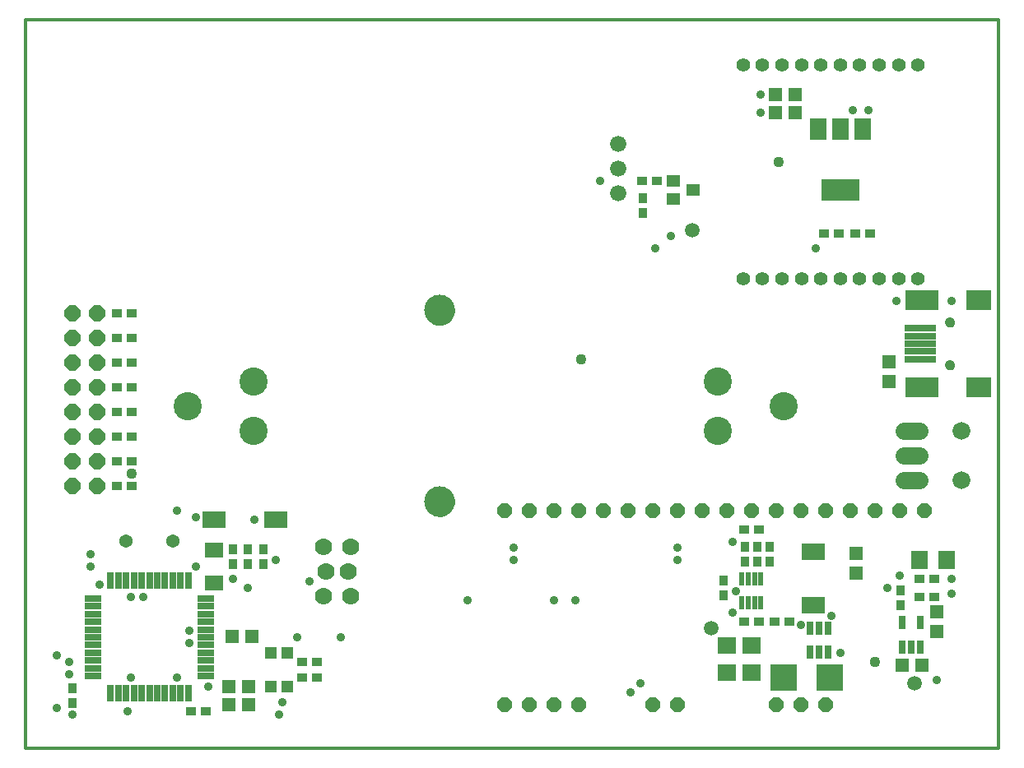
<source format=gts>
G75*
G70*
%OFA0B0*%
%FSLAX24Y24*%
%IPPOS*%
%LPD*%
%AMOC8*
5,1,8,0,0,1.08239X$1,22.5*
%
%ADD10C,0.0120*%
%ADD11R,0.0651X0.0257*%
%ADD12R,0.0257X0.0651*%
%ADD13C,0.0540*%
%ADD14R,0.1044X0.0847*%
%ADD15R,0.1359X0.0847*%
%ADD16R,0.1280X0.0257*%
%ADD17C,0.0000*%
%ADD18C,0.0414*%
%ADD19R,0.0277X0.0532*%
%ADD20R,0.0375X0.0414*%
%ADD21C,0.0700*%
%ADD22R,0.0532X0.0572*%
%ADD23R,0.0572X0.0532*%
%ADD24R,0.0414X0.0375*%
%ADD25C,0.0560*%
%ADD26C,0.0660*%
%ADD27C,0.1140*%
%ADD28C,0.1241*%
%ADD29C,0.0710*%
%ADD30C,0.0720*%
%ADD31R,0.0690X0.0769*%
%ADD32R,0.0493X0.0454*%
%ADD33R,0.0650X0.0850*%
%ADD34R,0.1560X0.0850*%
%ADD35OC8,0.0651*%
%ADD36R,0.0220X0.0540*%
%ADD37R,0.0926X0.0651*%
%ADD38R,0.0260X0.0540*%
%ADD39R,0.0769X0.0690*%
%ADD40R,0.1060X0.1060*%
%ADD41OC8,0.0591*%
%ADD42R,0.0966X0.0690*%
%ADD43R,0.0769X0.0611*%
%ADD44R,0.0560X0.0454*%
%ADD45C,0.0350*%
%ADD46C,0.0591*%
%ADD47C,0.0436*%
D10*
X002176Y005651D02*
X002176Y035179D01*
X041546Y035179D01*
X041546Y005651D01*
X002176Y005651D01*
D11*
X004895Y008576D03*
X004895Y008891D03*
X004895Y009206D03*
X004895Y009521D03*
X004895Y009836D03*
X004895Y010151D03*
X004895Y010466D03*
X004895Y010781D03*
X004895Y011096D03*
X004895Y011411D03*
X004895Y011726D03*
X009462Y011726D03*
X009462Y011411D03*
X009462Y011096D03*
X009462Y010781D03*
X009462Y010466D03*
X009462Y010151D03*
X009462Y009836D03*
X009462Y009521D03*
X009462Y009206D03*
X009462Y008891D03*
X009462Y008576D03*
D12*
X008754Y007868D03*
X008439Y007868D03*
X008124Y007868D03*
X007809Y007868D03*
X007494Y007868D03*
X007179Y007868D03*
X006864Y007868D03*
X006549Y007868D03*
X006234Y007868D03*
X005919Y007868D03*
X005604Y007868D03*
X005604Y012435D03*
X005919Y012435D03*
X006234Y012435D03*
X006549Y012435D03*
X006864Y012435D03*
X007179Y012435D03*
X007494Y012435D03*
X007809Y012435D03*
X008124Y012435D03*
X008439Y012435D03*
X008754Y012435D03*
D13*
X008129Y014051D03*
X006229Y014051D03*
D14*
X040772Y020299D03*
X040772Y023803D03*
D15*
X038450Y023803D03*
X038450Y020299D03*
D16*
X038410Y021421D03*
X038410Y021736D03*
X038410Y022051D03*
X038410Y022366D03*
X038410Y022681D03*
D17*
X039414Y022917D02*
X039416Y022943D01*
X039422Y022969D01*
X039432Y022994D01*
X039445Y023017D01*
X039461Y023037D01*
X039481Y023055D01*
X039503Y023070D01*
X039526Y023082D01*
X039552Y023090D01*
X039578Y023094D01*
X039604Y023094D01*
X039630Y023090D01*
X039656Y023082D01*
X039680Y023070D01*
X039701Y023055D01*
X039721Y023037D01*
X039737Y023017D01*
X039750Y022994D01*
X039760Y022969D01*
X039766Y022943D01*
X039768Y022917D01*
X039766Y022891D01*
X039760Y022865D01*
X039750Y022840D01*
X039737Y022817D01*
X039721Y022797D01*
X039701Y022779D01*
X039679Y022764D01*
X039656Y022752D01*
X039630Y022744D01*
X039604Y022740D01*
X039578Y022740D01*
X039552Y022744D01*
X039526Y022752D01*
X039502Y022764D01*
X039481Y022779D01*
X039461Y022797D01*
X039445Y022817D01*
X039432Y022840D01*
X039422Y022865D01*
X039416Y022891D01*
X039414Y022917D01*
X039414Y021185D02*
X039416Y021211D01*
X039422Y021237D01*
X039432Y021262D01*
X039445Y021285D01*
X039461Y021305D01*
X039481Y021323D01*
X039503Y021338D01*
X039526Y021350D01*
X039552Y021358D01*
X039578Y021362D01*
X039604Y021362D01*
X039630Y021358D01*
X039656Y021350D01*
X039680Y021338D01*
X039701Y021323D01*
X039721Y021305D01*
X039737Y021285D01*
X039750Y021262D01*
X039760Y021237D01*
X039766Y021211D01*
X039768Y021185D01*
X039766Y021159D01*
X039760Y021133D01*
X039750Y021108D01*
X039737Y021085D01*
X039721Y021065D01*
X039701Y021047D01*
X039679Y021032D01*
X039656Y021020D01*
X039630Y021012D01*
X039604Y021008D01*
X039578Y021008D01*
X039552Y021012D01*
X039526Y021020D01*
X039502Y021032D01*
X039481Y021047D01*
X039461Y021065D01*
X039445Y021085D01*
X039432Y021108D01*
X039422Y021133D01*
X039416Y021159D01*
X039414Y021185D01*
X018335Y023401D02*
X018337Y023449D01*
X018343Y023497D01*
X018353Y023544D01*
X018366Y023590D01*
X018384Y023635D01*
X018404Y023679D01*
X018429Y023721D01*
X018457Y023760D01*
X018487Y023797D01*
X018521Y023831D01*
X018558Y023863D01*
X018596Y023892D01*
X018637Y023917D01*
X018680Y023939D01*
X018725Y023957D01*
X018771Y023971D01*
X018818Y023982D01*
X018866Y023989D01*
X018914Y023992D01*
X018962Y023991D01*
X019010Y023986D01*
X019058Y023977D01*
X019104Y023965D01*
X019149Y023948D01*
X019193Y023928D01*
X019235Y023905D01*
X019275Y023878D01*
X019313Y023848D01*
X019348Y023815D01*
X019380Y023779D01*
X019410Y023741D01*
X019436Y023700D01*
X019458Y023657D01*
X019478Y023613D01*
X019493Y023568D01*
X019505Y023521D01*
X019513Y023473D01*
X019517Y023425D01*
X019517Y023377D01*
X019513Y023329D01*
X019505Y023281D01*
X019493Y023234D01*
X019478Y023189D01*
X019458Y023145D01*
X019436Y023102D01*
X019410Y023061D01*
X019380Y023023D01*
X019348Y022987D01*
X019313Y022954D01*
X019275Y022924D01*
X019235Y022897D01*
X019193Y022874D01*
X019149Y022854D01*
X019104Y022837D01*
X019058Y022825D01*
X019010Y022816D01*
X018962Y022811D01*
X018914Y022810D01*
X018866Y022813D01*
X018818Y022820D01*
X018771Y022831D01*
X018725Y022845D01*
X018680Y022863D01*
X018637Y022885D01*
X018596Y022910D01*
X018558Y022939D01*
X018521Y022971D01*
X018487Y023005D01*
X018457Y023042D01*
X018429Y023081D01*
X018404Y023123D01*
X018384Y023167D01*
X018366Y023212D01*
X018353Y023258D01*
X018343Y023305D01*
X018337Y023353D01*
X018335Y023401D01*
X018335Y015651D02*
X018337Y015699D01*
X018343Y015747D01*
X018353Y015794D01*
X018366Y015840D01*
X018384Y015885D01*
X018404Y015929D01*
X018429Y015971D01*
X018457Y016010D01*
X018487Y016047D01*
X018521Y016081D01*
X018558Y016113D01*
X018596Y016142D01*
X018637Y016167D01*
X018680Y016189D01*
X018725Y016207D01*
X018771Y016221D01*
X018818Y016232D01*
X018866Y016239D01*
X018914Y016242D01*
X018962Y016241D01*
X019010Y016236D01*
X019058Y016227D01*
X019104Y016215D01*
X019149Y016198D01*
X019193Y016178D01*
X019235Y016155D01*
X019275Y016128D01*
X019313Y016098D01*
X019348Y016065D01*
X019380Y016029D01*
X019410Y015991D01*
X019436Y015950D01*
X019458Y015907D01*
X019478Y015863D01*
X019493Y015818D01*
X019505Y015771D01*
X019513Y015723D01*
X019517Y015675D01*
X019517Y015627D01*
X019513Y015579D01*
X019505Y015531D01*
X019493Y015484D01*
X019478Y015439D01*
X019458Y015395D01*
X019436Y015352D01*
X019410Y015311D01*
X019380Y015273D01*
X019348Y015237D01*
X019313Y015204D01*
X019275Y015174D01*
X019235Y015147D01*
X019193Y015124D01*
X019149Y015104D01*
X019104Y015087D01*
X019058Y015075D01*
X019010Y015066D01*
X018962Y015061D01*
X018914Y015060D01*
X018866Y015063D01*
X018818Y015070D01*
X018771Y015081D01*
X018725Y015095D01*
X018680Y015113D01*
X018637Y015135D01*
X018596Y015160D01*
X018558Y015189D01*
X018521Y015221D01*
X018487Y015255D01*
X018457Y015292D01*
X018429Y015331D01*
X018404Y015373D01*
X018384Y015417D01*
X018366Y015462D01*
X018353Y015508D01*
X018343Y015555D01*
X018337Y015603D01*
X018335Y015651D01*
D18*
X039591Y021185D03*
X039591Y022917D03*
D19*
X038400Y010760D03*
X037652Y010760D03*
X037652Y009737D03*
X038026Y009737D03*
X038400Y009737D03*
D20*
X037604Y011464D03*
X037604Y012064D03*
X032301Y013226D03*
X031801Y013226D03*
X031301Y013226D03*
X031301Y013826D03*
X031801Y013826D03*
X032301Y013826D03*
X030426Y012451D03*
X030426Y011851D03*
X011801Y013101D03*
X011801Y013701D03*
X011176Y013701D03*
X011176Y013101D03*
X010551Y013101D03*
X010551Y013701D03*
X004051Y008076D03*
X004051Y007476D03*
X027176Y027351D03*
X027176Y027951D03*
D21*
X015329Y013826D03*
X015229Y012826D03*
X014329Y012826D03*
X014229Y011826D03*
X015329Y011826D03*
X014229Y013826D03*
D22*
X011330Y010182D03*
X010530Y010182D03*
X010401Y008151D03*
X011201Y008151D03*
X011201Y007401D03*
X010401Y007401D03*
X037651Y009026D03*
X038451Y009026D03*
X033326Y031401D03*
X033326Y032151D03*
X032526Y032151D03*
X032526Y031401D03*
D23*
X037126Y021301D03*
X037126Y020501D03*
X035801Y013551D03*
X035801Y012751D03*
X039051Y011176D03*
X039051Y010376D03*
D24*
X038976Y011776D03*
X038376Y011776D03*
X038376Y012526D03*
X038976Y012526D03*
X033101Y010776D03*
X032501Y010776D03*
X031851Y010776D03*
X031251Y010776D03*
X031251Y014526D03*
X031851Y014526D03*
X034501Y026526D03*
X035101Y026526D03*
X035751Y026526D03*
X036351Y026526D03*
X027726Y028651D03*
X027126Y028651D03*
X006476Y023276D03*
X005876Y023276D03*
X005876Y022276D03*
X006476Y022276D03*
X006476Y021276D03*
X005876Y021276D03*
X005876Y020276D03*
X006476Y020276D03*
X006476Y019276D03*
X005876Y019276D03*
X005876Y018276D03*
X006476Y018276D03*
X006476Y017276D03*
X005876Y017276D03*
X005876Y016276D03*
X006476Y016276D03*
X013376Y009151D03*
X013976Y009151D03*
X013976Y008526D03*
X013376Y008526D03*
X009476Y007151D03*
X008876Y007151D03*
D25*
X031219Y024689D03*
X032007Y024689D03*
X032794Y024689D03*
X033582Y024689D03*
X034369Y024689D03*
X035156Y024689D03*
X035944Y024689D03*
X036731Y024689D03*
X037519Y024689D03*
X038306Y024689D03*
X038306Y033350D03*
X037519Y033350D03*
X036731Y033350D03*
X035944Y033350D03*
X035156Y033350D03*
X034369Y033350D03*
X033582Y033350D03*
X032794Y033350D03*
X032007Y033350D03*
X031219Y033350D03*
D26*
X026176Y030151D03*
X026176Y029151D03*
X026176Y028151D03*
D27*
X030203Y020530D03*
X030203Y018530D03*
X032859Y019530D03*
X011400Y020522D03*
X008743Y019522D03*
X011400Y018522D03*
D28*
X018926Y015651D03*
X018926Y023401D03*
D29*
X037726Y018526D02*
X038376Y018526D01*
X038376Y017526D02*
X037726Y017526D01*
X037726Y016526D02*
X038376Y016526D01*
D30*
X040051Y016526D03*
X040051Y018526D03*
D31*
X039477Y013276D03*
X038375Y013276D03*
D32*
X012761Y009526D03*
X012091Y009526D03*
X012091Y008151D03*
X012761Y008151D03*
D33*
X034266Y030766D03*
X035166Y030766D03*
X036066Y030766D03*
D34*
X035176Y028286D03*
D35*
X005051Y023276D03*
X005051Y022276D03*
X004051Y022276D03*
X004051Y023276D03*
X004051Y021276D03*
X005051Y021276D03*
X005051Y020276D03*
X004051Y020276D03*
X004051Y019276D03*
X005051Y019276D03*
X005051Y018276D03*
X004051Y018276D03*
X004051Y017276D03*
X004051Y016276D03*
X005051Y016276D03*
X005051Y017276D03*
D36*
X031171Y012506D03*
X031421Y012506D03*
X031681Y012506D03*
X031931Y012506D03*
X031931Y011546D03*
X031681Y011546D03*
X031421Y011546D03*
X031171Y011546D03*
D37*
X034051Y011443D03*
X034051Y013609D03*
D38*
X033931Y010516D03*
X034301Y010516D03*
X034671Y010516D03*
X034671Y009536D03*
X034301Y009536D03*
X033931Y009536D03*
D39*
X031551Y009827D03*
X030551Y009827D03*
X030551Y008725D03*
X031551Y008725D03*
D40*
X032876Y008526D03*
X034726Y008526D03*
D41*
X034551Y007401D03*
X033551Y007401D03*
X032551Y007401D03*
X028551Y007401D03*
X027551Y007401D03*
X024551Y007401D03*
X023551Y007401D03*
X022551Y007401D03*
X021551Y007401D03*
X021551Y015276D03*
X022551Y015276D03*
X023551Y015276D03*
X024551Y015276D03*
X025551Y015276D03*
X026551Y015276D03*
X027551Y015276D03*
X028551Y015276D03*
X029551Y015276D03*
X030551Y015276D03*
X031551Y015276D03*
X032551Y015276D03*
X033551Y015276D03*
X034551Y015276D03*
X035551Y015276D03*
X036551Y015276D03*
X037551Y015276D03*
X038551Y015276D03*
D42*
X012291Y014901D03*
X009811Y014901D03*
D43*
X009801Y013695D03*
X009801Y012357D03*
D44*
X028407Y027902D03*
X029195Y028276D03*
X028407Y028650D03*
D45*
X025426Y028651D03*
X028301Y026401D03*
X027676Y025901D03*
X034176Y025901D03*
X037426Y023776D03*
X039676Y023776D03*
X031926Y031401D03*
X031926Y032151D03*
X035676Y031526D03*
X036301Y031526D03*
X030801Y014026D03*
X030926Y012026D03*
X030801Y011151D03*
X033551Y010651D03*
X034801Y011026D03*
X035176Y009526D03*
X037051Y012151D03*
X037551Y012651D03*
X039676Y012526D03*
X039676Y011901D03*
X039051Y008401D03*
X028551Y013276D03*
X028551Y013776D03*
X024426Y011651D03*
X023551Y011651D03*
X021926Y013276D03*
X021926Y013776D03*
X020051Y011651D03*
X014926Y010151D03*
X013176Y010151D03*
X011176Y012151D03*
X010551Y012526D03*
X009051Y013026D03*
X006926Y011776D03*
X006426Y011776D03*
X005176Y012276D03*
X004801Y013026D03*
X004801Y013526D03*
X008301Y015276D03*
X009051Y015026D03*
X011426Y014901D03*
X012301Y013276D03*
X013676Y012401D03*
X008801Y010401D03*
X008801Y009901D03*
X008301Y008526D03*
X009551Y008151D03*
X012551Y007526D03*
X012426Y007026D03*
X006301Y007151D03*
X006426Y008526D03*
X003926Y008651D03*
X003926Y009151D03*
X003426Y009401D03*
X003426Y007276D03*
X004051Y007026D03*
X026676Y007901D03*
X027051Y008276D03*
D46*
X029926Y010526D03*
X038176Y008276D03*
X029176Y026651D03*
D47*
X032676Y029401D03*
X024676Y021401D03*
X036551Y009151D03*
X006476Y016769D03*
M02*

</source>
